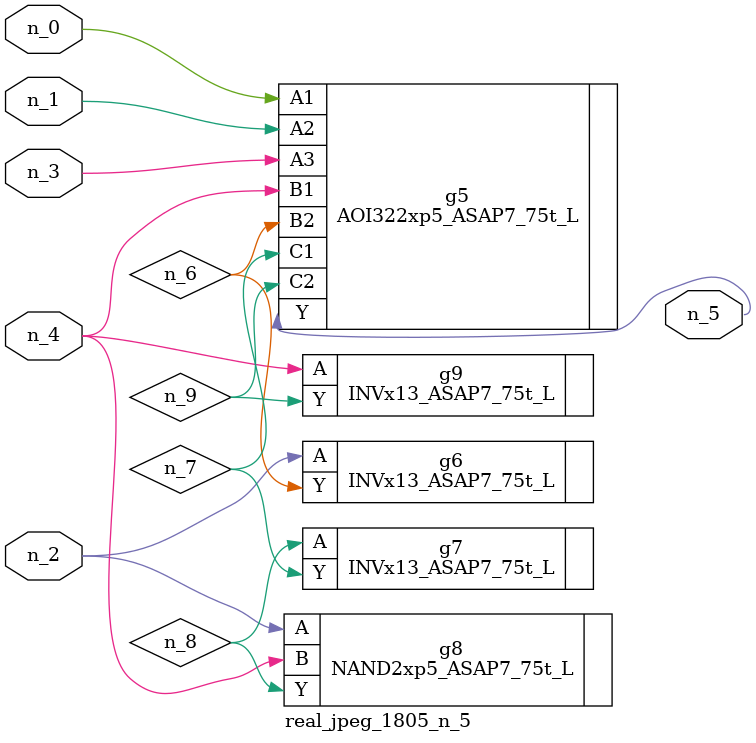
<source format=v>
module real_jpeg_1805_n_5 (n_4, n_0, n_1, n_2, n_3, n_5);

input n_4;
input n_0;
input n_1;
input n_2;
input n_3;

output n_5;

wire n_8;
wire n_6;
wire n_7;
wire n_9;

AOI322xp5_ASAP7_75t_L g5 ( 
.A1(n_0),
.A2(n_1),
.A3(n_3),
.B1(n_4),
.B2(n_6),
.C1(n_7),
.C2(n_9),
.Y(n_5)
);

INVx13_ASAP7_75t_L g6 ( 
.A(n_2),
.Y(n_6)
);

NAND2xp5_ASAP7_75t_L g8 ( 
.A(n_2),
.B(n_4),
.Y(n_8)
);

INVx13_ASAP7_75t_L g9 ( 
.A(n_4),
.Y(n_9)
);

INVx13_ASAP7_75t_L g7 ( 
.A(n_8),
.Y(n_7)
);


endmodule
</source>
